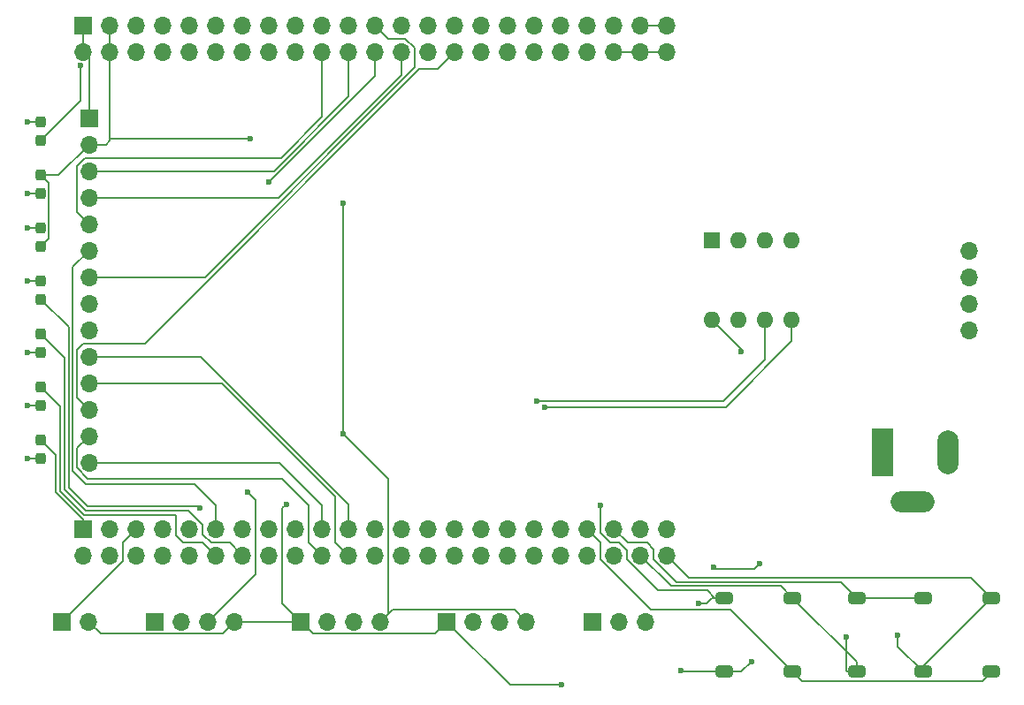
<source format=gbr>
%TF.GenerationSoftware,KiCad,Pcbnew,8.0.3*%
%TF.CreationDate,2024-06-28T15:17:55+09:00*%
%TF.ProjectId,KICAD-2,4b494341-442d-4322-9e6b-696361645f70,rev?*%
%TF.SameCoordinates,Original*%
%TF.FileFunction,Copper,L1,Top*%
%TF.FilePolarity,Positive*%
%FSLAX46Y46*%
G04 Gerber Fmt 4.6, Leading zero omitted, Abs format (unit mm)*
G04 Created by KiCad (PCBNEW 8.0.3) date 2024-06-28 15:17:55*
%MOMM*%
%LPD*%
G01*
G04 APERTURE LIST*
G04 Aperture macros list*
%AMRoundRect*
0 Rectangle with rounded corners*
0 $1 Rounding radius*
0 $2 $3 $4 $5 $6 $7 $8 $9 X,Y pos of 4 corners*
0 Add a 4 corners polygon primitive as box body*
4,1,4,$2,$3,$4,$5,$6,$7,$8,$9,$2,$3,0*
0 Add four circle primitives for the rounded corners*
1,1,$1+$1,$2,$3*
1,1,$1+$1,$4,$5*
1,1,$1+$1,$6,$7*
1,1,$1+$1,$8,$9*
0 Add four rect primitives between the rounded corners*
20,1,$1+$1,$2,$3,$4,$5,0*
20,1,$1+$1,$4,$5,$6,$7,0*
20,1,$1+$1,$6,$7,$8,$9,0*
20,1,$1+$1,$8,$9,$2,$3,0*%
G04 Aperture macros list end*
%TA.AperFunction,SMDPad,CuDef*%
%ADD10RoundRect,0.237500X-0.237500X0.287500X-0.237500X-0.287500X0.237500X-0.287500X0.237500X0.287500X0*%
%TD*%
%TA.AperFunction,SMDPad,CuDef*%
%ADD11RoundRect,0.237500X0.237500X-0.287500X0.237500X0.287500X-0.237500X0.287500X-0.237500X-0.287500X0*%
%TD*%
%TA.AperFunction,SMDPad,CuDef*%
%ADD12RoundRect,0.282500X0.537500X-0.282500X0.537500X0.282500X-0.537500X0.282500X-0.537500X-0.282500X0*%
%TD*%
%TA.AperFunction,SMDPad,CuDef*%
%ADD13RoundRect,0.287500X0.532500X-0.287500X0.532500X0.287500X-0.532500X0.287500X-0.532500X-0.287500X0*%
%TD*%
%TA.AperFunction,ComponentPad*%
%ADD14R,1.700000X1.700000*%
%TD*%
%TA.AperFunction,ComponentPad*%
%ADD15O,1.700000X1.700000*%
%TD*%
%TA.AperFunction,SMDPad,CuDef*%
%ADD16RoundRect,0.282500X-0.537500X0.282500X-0.537500X-0.282500X0.537500X-0.282500X0.537500X0.282500X0*%
%TD*%
%TA.AperFunction,SMDPad,CuDef*%
%ADD17RoundRect,0.287500X-0.532500X0.287500X-0.532500X-0.287500X0.532500X-0.287500X0.532500X0.287500X0*%
%TD*%
%TA.AperFunction,ComponentPad*%
%ADD18R,2.000000X4.600000*%
%TD*%
%TA.AperFunction,ComponentPad*%
%ADD19O,2.000000X4.200000*%
%TD*%
%TA.AperFunction,ComponentPad*%
%ADD20O,4.200000X2.000000*%
%TD*%
%TA.AperFunction,ComponentPad*%
%ADD21R,1.600000X1.600000*%
%TD*%
%TA.AperFunction,ComponentPad*%
%ADD22O,1.600000X1.600000*%
%TD*%
%TA.AperFunction,ViaPad*%
%ADD23C,0.600000*%
%TD*%
%TA.AperFunction,Conductor*%
%ADD24C,0.200000*%
%TD*%
G04 APERTURE END LIST*
D10*
%TO.P,D4,1,K*%
%TO.N,PE1_GLED*%
X107696000Y-99709000D03*
%TO.P,D4,2,A*%
%TO.N,Net-(D4-A)*%
X107696000Y-101459000D03*
%TD*%
D11*
%TO.P,D6,1,K*%
%TO.N,PD5_WLED*%
X107696000Y-86219000D03*
%TO.P,D6,2,A*%
%TO.N,Net-(D6-A)*%
X107696000Y-84469000D03*
%TD*%
D12*
%TO.P,SW5,1,1*%
%TO.N,D_GND*%
X173127750Y-121903750D03*
D13*
%TO.P,SW5,2,2*%
%TO.N,N_RESET*%
X173122750Y-114808750D03*
%TD*%
D11*
%TO.P,D2,1,K*%
%TO.N,D_GND*%
X107696000Y-81139000D03*
%TO.P,D2,2,A*%
%TO.N,Net-(D2-A)*%
X107696000Y-79389000D03*
%TD*%
D14*
%TO.P,J6,1,Pin_1*%
%TO.N,+3.3V*%
X132589750Y-117085750D03*
D15*
%TO.P,J6,2,Pin_2*%
%TO.N,PA13_SWDIO*%
X135129750Y-117085750D03*
%TO.P,J6,3,Pin_3*%
%TO.N,PA14_SWCLK*%
X137669750Y-117085750D03*
%TO.P,J6,4,Pin_4*%
%TO.N,D_GND*%
X140209750Y-117085750D03*
%TD*%
D14*
%TO.P,J8,1,Pin_1*%
%TO.N,+3.3VA*%
X160529750Y-117085750D03*
D15*
%TO.P,J8,2,Pin_2*%
%TO.N,Net-(J8-Pin_2)*%
X163069750Y-117085750D03*
%TO.P,J8,3,Pin_3*%
%TO.N,AGND*%
X165609750Y-117085750D03*
%TD*%
D14*
%TO.P,J4,1,Pin_1*%
%TO.N,BOOT0*%
X109729750Y-117085750D03*
D15*
%TO.P,J4,2,Pin_2*%
%TO.N,+3.3V*%
X112269750Y-117085750D03*
%TD*%
D10*
%TO.P,D8,1,K*%
%TO.N,D_GND*%
X107696000Y-74309000D03*
%TO.P,D8,2,A*%
%TO.N,Net-(D8-A)*%
X107696000Y-76059000D03*
%TD*%
D16*
%TO.P,SW3,1,1*%
%TO.N,PB12_COL2*%
X198711750Y-114807750D03*
D17*
%TO.P,SW3,2,2*%
%TO.N,PD10_ROW1*%
X198716750Y-121902750D03*
%TD*%
D16*
%TO.P,SW1,1,1*%
%TO.N,PB14_COL1*%
X179661750Y-114807750D03*
D17*
%TO.P,SW1,2,2*%
%TO.N,PD10_ROW1*%
X179666750Y-121902750D03*
%TD*%
D11*
%TO.P,D3,1,K*%
%TO.N,PE3_ALIVE_LED*%
X107696000Y-70979000D03*
%TO.P,D3,2,A*%
%TO.N,Net-(D3-A)*%
X107696000Y-69229000D03*
%TD*%
D12*
%TO.P,SW4,1,1*%
%TO.N,PB12_COL2*%
X192177750Y-121903750D03*
D13*
%TO.P,SW4,2,2*%
%TO.N,PD8_ROW2*%
X192172750Y-114808750D03*
%TD*%
D10*
%TO.P,D5,1,K*%
%TO.N,PD6_BLED*%
X107696000Y-94629000D03*
%TO.P,D5,2,A*%
%TO.N,Net-(D5-A)*%
X107696000Y-96379000D03*
%TD*%
D12*
%TO.P,SW2,1,1*%
%TO.N,PB14_COL1*%
X185827750Y-121903750D03*
D13*
%TO.P,SW2,2,2*%
%TO.N,PD8_ROW2*%
X185822750Y-114808750D03*
%TD*%
D10*
%TO.P,D7,1,K*%
%TO.N,PD4_YLED*%
X107696000Y-89549000D03*
%TO.P,D7,2,A*%
%TO.N,Net-(D7-A)*%
X107696000Y-91299000D03*
%TD*%
D14*
%TO.P,J3,1,Pin_1*%
%TO.N,D_GND*%
X118619750Y-117085750D03*
D15*
%TO.P,J3,2,Pin_2*%
%TO.N,Net-(J3-Pin_2)*%
X121159750Y-117085750D03*
%TO.P,J3,3,Pin_3*%
%TO.N,Net-(J3-Pin_3)*%
X123699750Y-117085750D03*
%TO.P,J3,4,Pin_4*%
%TO.N,+3.3V*%
X126239750Y-117085750D03*
%TD*%
D14*
%TO.P,J7,1,Pin_1*%
%TO.N,+3.3V*%
X146559750Y-117085750D03*
D15*
%TO.P,J7,2,Pin_2*%
%TO.N,PA9_UART_Tx*%
X149099750Y-117085750D03*
%TO.P,J7,3,Pin_3*%
%TO.N,PA10_UART_Rx*%
X151639750Y-117085750D03*
%TO.P,J7,4,Pin_4*%
%TO.N,D_GND*%
X154179750Y-117085750D03*
%TD*%
D14*
%TO.P,J5,1,Pin_1*%
%TO.N,+3.3V*%
X112300000Y-68834000D03*
D15*
%TO.P,J5,2,Pin_2*%
%TO.N,D_GND*%
X112300000Y-71374000D03*
%TO.P,J5,3,Pin_3*%
%TO.N,PA4_SPI1_LCD_NCS*%
X112300000Y-73914000D03*
%TO.P,J5,4,Pin_4*%
%TO.N,PC4_LCD_RST*%
X112300000Y-76454000D03*
%TO.P,J5,5,Pin_5*%
%TO.N,PA2_LCD_DC*%
X112300000Y-78994000D03*
%TO.P,J5,6,Pin_6*%
%TO.N,PD7_SPI1_MOSI_LCD*%
X112300000Y-81534000D03*
%TO.P,J5,7,Pin_7*%
%TO.N,PA5_SPI1_LCD_SCK*%
X112300000Y-84074000D03*
%TO.P,J5,8,Pin_8*%
%TO.N,PC0_LCD_BL*%
X112300000Y-86614000D03*
%TO.P,J5,9,Pin_9*%
%TO.N,PA6_SPI1_MISO_LCD*%
X112300000Y-89154000D03*
%TO.P,J5,10,Pin_10*%
%TO.N,PC10_SPI3_SCK*%
X112300000Y-91694000D03*
%TO.P,J5,11,Pin_11*%
%TO.N,PC15_SPI3_NCS*%
X112300000Y-94234000D03*
%TO.P,J5,12,Pin_12*%
%TO.N,PB2_SPI3_MOSI*%
X112300000Y-96774000D03*
%TO.P,J5,13,Pin_13*%
%TO.N,PC11_SPI3_MISO*%
X112300000Y-99314000D03*
%TO.P,J5,14,Pin_14*%
%TO.N,PC12_SPI3_IRQ*%
X112300000Y-101854000D03*
%TO.P,J5,15,Pin_15*%
%TO.N,unconnected-(J5-Pin_15-Pad15)*%
X196600000Y-89154000D03*
%TO.P,J5,16,Pin_16*%
%TO.N,unconnected-(J5-Pin_16-Pad16)*%
X196600000Y-86614000D03*
%TO.P,J5,17,Pin_17*%
%TO.N,unconnected-(J5-Pin_17-Pad17)*%
X196600000Y-84074000D03*
%TO.P,J5,18,Pin_18*%
%TO.N,unconnected-(J5-Pin_18-Pad18)*%
X196600000Y-81534000D03*
%TD*%
D14*
%TO.P,J2,1,Pin_1*%
%TO.N,+3.3V*%
X111760000Y-59944000D03*
D15*
%TO.P,J2,2,Pin_2*%
X111760000Y-62484000D03*
%TO.P,J2,3,Pin_3*%
%TO.N,D_GND*%
X114300000Y-59944000D03*
%TO.P,J2,4,Pin_4*%
X114300000Y-62484000D03*
%TO.P,J2,5,Pin_5*%
%TO.N,unconnected-(J2-Pin_5-Pad5)*%
X116840000Y-59944000D03*
%TO.P,J2,6,Pin_6*%
%TO.N,PE3_ALIVE_LED*%
X116840000Y-62484000D03*
%TO.P,J2,7,Pin_7*%
%TO.N,unconnected-(J2-Pin_7-Pad7)*%
X119380000Y-59944000D03*
%TO.P,J2,8,Pin_8*%
%TO.N,unconnected-(J2-Pin_8-Pad8)*%
X119380000Y-62484000D03*
%TO.P,J2,9,Pin_9*%
%TO.N,unconnected-(J2-Pin_9-Pad9)*%
X121920000Y-59944000D03*
%TO.P,J2,10,Pin_10*%
%TO.N,unconnected-(J2-Pin_10-Pad10)*%
X121920000Y-62484000D03*
%TO.P,J2,11,Pin_11*%
%TO.N,unconnected-(J2-Pin_11-Pad11)*%
X124460000Y-59944000D03*
%TO.P,J2,12,Pin_12*%
%TO.N,unconnected-(J2-Pin_12-Pad12)*%
X124460000Y-62484000D03*
%TO.P,J2,13,Pin_13*%
%TO.N,N_RESET*%
X127000000Y-59944000D03*
%TO.P,J2,14,Pin_14*%
%TO.N,PC0_LCD_BL*%
X127000000Y-62484000D03*
%TO.P,J2,15,Pin_15*%
%TO.N,unconnected-(J2-Pin_15-Pad15)*%
X129540000Y-59944000D03*
%TO.P,J2,16,Pin_16*%
%TO.N,unconnected-(J2-Pin_16-Pad16)*%
X129540000Y-62484000D03*
%TO.P,J2,17,Pin_17*%
%TO.N,unconnected-(J2-Pin_17-Pad17)*%
X132080000Y-59944000D03*
%TO.P,J2,18,Pin_18*%
%TO.N,PA0_ADC1_IN0*%
X132080000Y-62484000D03*
%TO.P,J2,19,Pin_19*%
%TO.N,unconnected-(J2-Pin_19-Pad19)*%
X134620000Y-59944000D03*
%TO.P,J2,20,Pin_20*%
%TO.N,PA2_LCD_DC*%
X134620000Y-62484000D03*
%TO.P,J2,21,Pin_21*%
%TO.N,PA3_ADC1_IN3*%
X137160000Y-59944000D03*
%TO.P,J2,22,Pin_22*%
%TO.N,PA4_SPI1_LCD_NCS*%
X137160000Y-62484000D03*
%TO.P,J2,23,Pin_23*%
%TO.N,PA5_SPI1_LCD_SCK*%
X139700000Y-59944000D03*
%TO.P,J2,24,Pin_24*%
%TO.N,PA6_SPI1_MISO_LCD*%
X139700000Y-62484000D03*
%TO.P,J2,25,Pin_25*%
%TO.N,unconnected-(J2-Pin_25-Pad25)*%
X142240000Y-59944000D03*
%TO.P,J2,26,Pin_26*%
%TO.N,PC4_LCD_RST*%
X142240000Y-62484000D03*
%TO.P,J2,27,Pin_27*%
%TO.N,unconnected-(J2-Pin_27-Pad27)*%
X144780000Y-59944000D03*
%TO.P,J2,28,Pin_28*%
%TO.N,unconnected-(J2-Pin_28-Pad28)*%
X144780000Y-62484000D03*
%TO.P,J2,29,Pin_29*%
%TO.N,unconnected-(J2-Pin_29-Pad29)*%
X147320000Y-59944000D03*
%TO.P,J2,30,Pin_30*%
%TO.N,PB2_SPI3_MOSI*%
X147320000Y-62484000D03*
%TO.P,J2,31,Pin_31*%
%TO.N,unconnected-(J2-Pin_31-Pad31)*%
X149860000Y-59944000D03*
%TO.P,J2,32,Pin_32*%
%TO.N,unconnected-(J2-Pin_32-Pad32)*%
X149860000Y-62484000D03*
%TO.P,J2,33,Pin_33*%
%TO.N,unconnected-(J2-Pin_33-Pad33)*%
X152400000Y-59944000D03*
%TO.P,J2,34,Pin_34*%
%TO.N,unconnected-(J2-Pin_34-Pad34)*%
X152400000Y-62484000D03*
%TO.P,J2,35,Pin_35*%
%TO.N,unconnected-(J2-Pin_35-Pad35)*%
X154940000Y-59944000D03*
%TO.P,J2,36,Pin_36*%
%TO.N,unconnected-(J2-Pin_36-Pad36)*%
X154940000Y-62484000D03*
%TO.P,J2,37,Pin_37*%
%TO.N,PE13_TIMER1_CH3_PWM*%
X157480000Y-59944000D03*
%TO.P,J2,38,Pin_38*%
%TO.N,unconnected-(J2-Pin_38-Pad38)*%
X157480000Y-62484000D03*
%TO.P,J2,39,Pin_39*%
%TO.N,unconnected-(J2-Pin_39-Pad39)*%
X160020000Y-59944000D03*
%TO.P,J2,40,Pin_40*%
%TO.N,unconnected-(J2-Pin_40-Pad40)*%
X160020000Y-62484000D03*
%TO.P,J2,41,Pin_41*%
%TO.N,unconnected-(J2-Pin_41-Pad41)*%
X162560000Y-59944000D03*
%TO.P,J2,42,Pin_42*%
%TO.N,D_GND*%
X162560000Y-62484000D03*
%TO.P,J2,43,Pin_43*%
X165100000Y-59944000D03*
%TO.P,J2,44,Pin_44*%
X165100000Y-62484000D03*
%TO.P,J2,45,Pin_45*%
X167640000Y-59944000D03*
%TO.P,J2,46,Pin_46*%
X167640000Y-62484000D03*
D14*
%TO.P,J2,51,Pin_51*%
%TO.N,PE1_GLED*%
X111760000Y-108204000D03*
D15*
%TO.P,J2,52,Pin_52*%
%TO.N,unconnected-(J2-Pin_52-Pad52)*%
X111760000Y-110744000D03*
%TO.P,J2,53,Pin_53*%
%TO.N,unconnected-(J2-Pin_53-Pad53)*%
X114300000Y-108204000D03*
%TO.P,J2,54,Pin_54*%
%TO.N,PB8_I2C1_SCL*%
X114300000Y-110744000D03*
%TO.P,J2,55,Pin_55*%
%TO.N,BOOT0*%
X116840000Y-108204000D03*
%TO.P,J2,56,Pin_56*%
%TO.N,PB7_I2C1_SDA*%
X116840000Y-110744000D03*
%TO.P,J2,57,Pin_57*%
%TO.N,unconnected-(J2-Pin_57-Pad57)*%
X119380000Y-108204000D03*
%TO.P,J2,58,Pin_58*%
%TO.N,unconnected-(J2-Pin_58-Pad58)*%
X119380000Y-110744000D03*
%TO.P,J2,59,Pin_59*%
%TO.N,unconnected-(J2-Pin_59-Pad59)*%
X121920000Y-108204000D03*
%TO.P,J2,60,Pin_60*%
%TO.N,unconnected-(J2-Pin_60-Pad60)*%
X121920000Y-110744000D03*
%TO.P,J2,61,Pin_61*%
%TO.N,PD7_SPI1_MOSI_LCD*%
X124460000Y-108204000D03*
%TO.P,J2,62,Pin_12*%
%TO.N,PD6_BLED*%
X124460000Y-110744000D03*
%TO.P,J2,63,Pin_63*%
%TO.N,PD5_WLED*%
X127000000Y-108204000D03*
%TO.P,J2,64,Pin_64*%
%TO.N,PD4_YLED*%
X127000000Y-110744000D03*
%TO.P,J2,65,Pin_65*%
%TO.N,unconnected-(J2-Pin_65-Pad65)*%
X129540000Y-108204000D03*
%TO.P,J2,66,Pin_66*%
%TO.N,PD2_CAN1_STB*%
X129540000Y-110744000D03*
%TO.P,J2,67,Pin_17*%
%TO.N,PD1_CAN1_Tx*%
X132080000Y-108204000D03*
%TO.P,J2,68,Pin_68*%
%TO.N,PD0_CAN1_Rx*%
X132080000Y-110744000D03*
%TO.P,J2,69,Pin_69*%
%TO.N,PC12_SPI3_IRQ*%
X134620000Y-108204000D03*
%TO.P,J2,70,Pin_70*%
%TO.N,PC11_SPI3_MISO*%
X134620000Y-110744000D03*
%TO.P,J2,71,Pin_71*%
%TO.N,PC10_SPI3_SCK*%
X137160000Y-108204000D03*
%TO.P,J2,72,Pin_72*%
%TO.N,PC15_SPI3_NCS*%
X137160000Y-110744000D03*
%TO.P,J2,73,Pin_73*%
%TO.N,PA14_SWCLK*%
X139700000Y-108204000D03*
%TO.P,J2,74,Pin_74*%
%TO.N,PA13_SWDIO*%
X139700000Y-110744000D03*
%TO.P,J2,75,Pin_75*%
%TO.N,unconnected-(J2-Pin_75-Pad75)*%
X142240000Y-108204000D03*
%TO.P,J2,76,Pin_76*%
%TO.N,unconnected-(J2-Pin_76-Pad76)*%
X142240000Y-110744000D03*
%TO.P,J2,77,Pin_77*%
%TO.N,PA10_UART_Rx*%
X144780000Y-108204000D03*
%TO.P,J2,78,Pin_78*%
%TO.N,PA9_UART_Tx*%
X144780000Y-110744000D03*
%TO.P,J2,79,Pin_79*%
%TO.N,unconnected-(J2-Pin_79-Pad79)*%
X147320000Y-108204000D03*
%TO.P,J2,80,Pin_80*%
%TO.N,unconnected-(J2-Pin_80-Pad80)*%
X147320000Y-110744000D03*
%TO.P,J2,81,Pin_81*%
%TO.N,unconnected-(J2-Pin_81-Pad81)*%
X149860000Y-108204000D03*
%TO.P,J2,82,Pin_82*%
%TO.N,unconnected-(J2-Pin_82-Pad82)*%
X149860000Y-110744000D03*
%TO.P,J2,83,Pin_83*%
%TO.N,unconnected-(J2-Pin_83-Pad83)*%
X152400000Y-108204000D03*
%TO.P,J2,84,Pin_84*%
%TO.N,unconnected-(J2-Pin_84-Pad84)*%
X152400000Y-110744000D03*
%TO.P,J2,85,Pin_85*%
%TO.N,unconnected-(J2-Pin_85-Pad85)*%
X154940000Y-108204000D03*
%TO.P,J2,86,Pin_86*%
%TO.N,unconnected-(J2-Pin_86-Pad86)*%
X154940000Y-110744000D03*
%TO.P,J2,87,Pin_87*%
%TO.N,unconnected-(J2-Pin_87-Pad87)*%
X157480000Y-108204000D03*
%TO.P,J2,88,Pin_88*%
%TO.N,unconnected-(J2-Pin_88-Pad88)*%
X157480000Y-110744000D03*
%TO.P,J2,89,Pin_89*%
%TO.N,PD10_ROW1*%
X160020000Y-108204000D03*
%TO.P,J2,90,Pin_90*%
%TO.N,unconnected-(J2-Pin_90-Pad90)*%
X160020000Y-110744000D03*
%TO.P,J2,91,Pin_91*%
%TO.N,PD8_ROW2*%
X162560000Y-108204000D03*
%TO.P,J2,92,Pin_92*%
%TO.N,unconnected-(J2-Pin_92-Pad92)*%
X162560000Y-110744000D03*
%TO.P,J2,93,Pin_93*%
%TO.N,D_GND*%
X165100000Y-108204000D03*
%TO.P,J2,94,Pin_94*%
%TO.N,PB14_COL1*%
X165100000Y-110744000D03*
%TO.P,J2,95,Pin_95*%
%TO.N,unconnected-(J2-Pin_95-Pad95)*%
X167640000Y-108204000D03*
%TO.P,J2,96,Pin_96*%
%TO.N,PB12_COL2*%
X167640000Y-110744000D03*
%TD*%
D18*
%TO.P,J1,1*%
%TO.N,Net-(D1-K)*%
X188264000Y-100838000D03*
D19*
%TO.P,J1,2*%
%TO.N,D_GND*%
X194564000Y-100838000D03*
D20*
%TO.P,J1,3*%
X191164000Y-105638000D03*
%TD*%
D21*
%TO.P,U3,1,NC(A0)*%
%TO.N,unconnected-(U3-NC(A0)-Pad1)*%
X171968000Y-80528000D03*
D22*
%TO.P,U3,2,A1*%
%TO.N,unconnected-(U3-A1-Pad2)*%
X174508000Y-80528000D03*
%TO.P,U3,3,A2*%
%TO.N,unconnected-(U3-A2-Pad3)*%
X177048000Y-80528000D03*
%TO.P,U3,4,GND*%
%TO.N,D_GND*%
X179588000Y-80528000D03*
%TO.P,U3,5,SDA*%
%TO.N,PB7_I2C1_SDA*%
X179588000Y-88148000D03*
%TO.P,U3,6,SCL*%
%TO.N,PB8_I2C1_SCL*%
X177048000Y-88148000D03*
%TO.P,U3,7,WP*%
%TO.N,Net-(U3-WP)*%
X174508000Y-88148000D03*
%TO.P,U3,8,VCC*%
%TO.N,+3.3V*%
X171968000Y-88148000D03*
%TD*%
D23*
%TO.N,+3.3V*%
X131198523Y-105833760D03*
X157540678Y-123173723D03*
X174752000Y-91186000D03*
%TO.N,D_GND*%
X127718735Y-70822735D03*
X136652000Y-76962000D03*
X169012857Y-121768857D03*
X172076750Y-111878750D03*
X176525000Y-111501000D03*
X175759750Y-120895750D03*
X136652000Y-99060000D03*
%TO.N,N_RESET*%
X161290000Y-105918000D03*
X170679750Y-115335750D03*
%TO.N,Net-(D2-A)*%
X106422853Y-79352810D03*
%TO.N,Net-(D3-A)*%
X106430197Y-69194909D03*
%TO.N,PE3_ALIVE_LED*%
X111495243Y-63807787D03*
%TO.N,Net-(D4-A)*%
X106413411Y-101460567D03*
%TO.N,Net-(D5-A)*%
X106434657Y-96380938D03*
%TO.N,PD5_WLED*%
X122936000Y-106172000D03*
%TO.N,Net-(D6-A)*%
X106430197Y-84470580D03*
%TO.N,Net-(D7-A)*%
X106420493Y-91296210D03*
%TO.N,Net-(D8-A)*%
X106416558Y-76092041D03*
%TO.N,PB7_I2C1_SDA*%
X155956000Y-96520000D03*
%TO.N,PB8_I2C1_SCL*%
X155194000Y-95920000D03*
%TO.N,PB14_COL1*%
X184828500Y-118534500D03*
%TO.N,PA6_SPI1_MISO_LCD*%
X129540000Y-74930000D03*
%TO.N,PB12_COL2*%
X189729750Y-118355750D03*
%TO.N,Net-(J3-Pin_3)*%
X127508000Y-104648000D03*
%TD*%
D24*
%TO.N,PC10_SPI3_SCK*%
X137160000Y-105834314D02*
X137160000Y-108204000D01*
X112300000Y-91694000D02*
X123019686Y-91694000D01*
X123019686Y-91694000D02*
X137160000Y-105834314D01*
%TO.N,PC15_SPI3_NCS*%
X135890000Y-105130000D02*
X135890000Y-109474000D01*
X124994000Y-94234000D02*
X135890000Y-105130000D01*
X112300000Y-94234000D02*
X124994000Y-94234000D01*
X135890000Y-109474000D02*
X137160000Y-110744000D01*
%TO.N,PA2_LCD_DC*%
X130694628Y-72644000D02*
X134620000Y-68718628D01*
X111943654Y-72644000D02*
X130694628Y-72644000D01*
X134620000Y-68718628D02*
X134620000Y-62484000D01*
X111150000Y-73437654D02*
X111943654Y-72644000D01*
X111150000Y-77844000D02*
X111150000Y-73437654D01*
X112300000Y-78994000D02*
X111150000Y-77844000D01*
%TO.N,PA4_SPI1_LCD_NCS*%
X129990314Y-73914000D02*
X112300000Y-73914000D01*
X137160000Y-66744314D02*
X129990314Y-73914000D01*
X137160000Y-62484000D02*
X137160000Y-66744314D01*
%TO.N,PB2_SPI3_MOSI*%
X145662628Y-64141372D02*
X147320000Y-62484000D01*
X117627372Y-90424000D02*
X143910000Y-64141372D01*
X143910000Y-64141372D02*
X145662628Y-64141372D01*
X111760000Y-90424000D02*
X117627372Y-90424000D01*
X111150000Y-91034000D02*
X111760000Y-90424000D01*
X111150000Y-95624000D02*
X111150000Y-91034000D01*
X112300000Y-96774000D02*
X111150000Y-95624000D01*
%TO.N,PA5_SPI1_LCD_SCK*%
X123411686Y-84074000D02*
X112300000Y-84074000D01*
X143510000Y-63975686D02*
X123411686Y-84074000D01*
X143510000Y-62127654D02*
X143510000Y-63975686D01*
X142589292Y-61206946D02*
X143510000Y-62127654D01*
X139700000Y-59944000D02*
X140962946Y-61206946D01*
X140962946Y-61206946D02*
X142589292Y-61206946D01*
%TO.N,PC4_LCD_RST*%
X142240000Y-64680000D02*
X130466000Y-76454000D01*
X142240000Y-62484000D02*
X142240000Y-64680000D01*
X130466000Y-76454000D02*
X112300000Y-76454000D01*
%TO.N,+3.3V*%
X157540678Y-123173723D02*
X152647723Y-123173723D01*
X133739750Y-118235750D02*
X145409750Y-118235750D01*
X132589750Y-117085750D02*
X133739750Y-118235750D01*
X112300000Y-63024000D02*
X111760000Y-62484000D01*
X130810000Y-106222283D02*
X130810000Y-115306000D01*
X171968000Y-88148000D02*
X174752000Y-90932000D01*
X130810000Y-115306000D02*
X132589750Y-117085750D01*
X126239750Y-117085750D02*
X132589750Y-117085750D01*
X145409750Y-118235750D02*
X146559750Y-117085750D01*
X126239750Y-117085750D02*
X125089750Y-118235750D01*
X174752000Y-90932000D02*
X174752000Y-91186000D01*
X125089750Y-118235750D02*
X113419750Y-118235750D01*
X131198523Y-105833760D02*
X130810000Y-106222283D01*
X111760000Y-62484000D02*
X111760000Y-59944000D01*
X152647723Y-123173723D02*
X146559750Y-117085750D01*
X112300000Y-68834000D02*
X112300000Y-63024000D01*
X113419750Y-118235750D02*
X112269750Y-117085750D01*
%TO.N,D_GND*%
X114300000Y-59944000D02*
X114300000Y-62484000D01*
X114300000Y-70984000D02*
X113910000Y-71374000D01*
X109365000Y-74309000D02*
X112300000Y-71374000D01*
X113910000Y-71374000D02*
X112300000Y-71374000D01*
X127718735Y-70822735D02*
X114343265Y-70822735D01*
X169147750Y-121903750D02*
X173127750Y-121903750D01*
X172203750Y-112005750D02*
X172076750Y-111878750D01*
X140970000Y-103378000D02*
X140970000Y-116325500D01*
X114343265Y-70822735D02*
X114300000Y-70866000D01*
X136652000Y-76962000D02*
X136652000Y-99060000D01*
X162560000Y-62484000D02*
X167640000Y-62484000D01*
X174751750Y-121903750D02*
X175759750Y-120895750D01*
X165100000Y-59944000D02*
X167640000Y-59944000D01*
X114300000Y-70866000D02*
X114300000Y-70984000D01*
X108471000Y-75084000D02*
X108471000Y-80364000D01*
X153029750Y-115935750D02*
X154179750Y-117085750D01*
X140209750Y-117085750D02*
X141359750Y-115935750D01*
X136652000Y-99060000D02*
X140970000Y-103378000D01*
X114300000Y-62484000D02*
X114300000Y-70866000D01*
X176525000Y-111501000D02*
X176020250Y-112005750D01*
X141359750Y-115935750D02*
X153029750Y-115935750D01*
X173127750Y-121903750D02*
X174751750Y-121903750D01*
X176020250Y-112005750D02*
X172203750Y-112005750D01*
X107696000Y-74309000D02*
X109365000Y-74309000D01*
X140970000Y-116325500D02*
X140209750Y-117085750D01*
X107696000Y-74309000D02*
X108471000Y-75084000D01*
X108471000Y-80364000D02*
X107696000Y-81139000D01*
X169012857Y-121768857D02*
X169147750Y-121903750D01*
%TO.N,N_RESET*%
X172212750Y-114808750D02*
X173122750Y-114808750D01*
X166805404Y-114075750D02*
X171479750Y-114075750D01*
X163068000Y-109474000D02*
X163830000Y-110236000D01*
X171422750Y-115335750D02*
X171949750Y-114808750D01*
X171949750Y-114808750D02*
X173122750Y-114808750D01*
X161290000Y-108560346D02*
X162203654Y-109474000D01*
X163830000Y-110236000D02*
X163830000Y-111100346D01*
X161290000Y-105918000D02*
X161290000Y-108560346D01*
X170679750Y-115335750D02*
X171422750Y-115335750D01*
X162203654Y-109474000D02*
X163068000Y-109474000D01*
X171479750Y-114075750D02*
X172212750Y-114808750D01*
X163830000Y-111100346D02*
X166805404Y-114075750D01*
%TO.N,Net-(D2-A)*%
X106422853Y-79352810D02*
X107659810Y-79352810D01*
X107659810Y-79352810D02*
X107696000Y-79389000D01*
%TO.N,Net-(D3-A)*%
X106430197Y-69194909D02*
X107661909Y-69194909D01*
X107661909Y-69194909D02*
X107696000Y-69229000D01*
%TO.N,PE3_ALIVE_LED*%
X111436030Y-63867000D02*
X111495243Y-63807787D01*
X111495243Y-63807787D02*
X111495243Y-67179757D01*
X111495243Y-67179757D02*
X107696000Y-70979000D01*
%TO.N,PE1_GLED*%
X111760000Y-108204000D02*
X111760000Y-107329000D01*
X109150000Y-101163000D02*
X109150000Y-104719000D01*
X107696000Y-99709000D02*
X109150000Y-101163000D01*
X109150000Y-104719000D02*
X111760000Y-107329000D01*
%TO.N,Net-(D4-A)*%
X107696000Y-101459000D02*
X106414978Y-101459000D01*
X106414978Y-101459000D02*
X106413411Y-101460567D01*
%TO.N,PD6_BLED*%
X107696000Y-94629000D02*
X109550000Y-96483000D01*
X111845343Y-106848657D02*
X120650000Y-106848657D01*
X109550000Y-104553314D02*
X111845343Y-106848657D01*
X120650000Y-106848657D02*
X120650000Y-108800346D01*
X123190966Y-109474966D02*
X124460000Y-110744000D01*
X109550000Y-96483000D02*
X109550000Y-104553314D01*
X120650000Y-108800346D02*
X121324620Y-109474966D01*
X121324620Y-109474966D02*
X123190966Y-109474966D01*
%TO.N,Net-(D5-A)*%
X107696000Y-96379000D02*
X106436595Y-96379000D01*
X106436595Y-96379000D02*
X106434657Y-96380938D01*
%TO.N,PD5_WLED*%
X112157029Y-106028971D02*
X122792971Y-106028971D01*
X107696000Y-86219000D02*
X110350000Y-88873000D01*
X122792971Y-106028971D02*
X122936000Y-106172000D01*
X110350000Y-88873000D02*
X110350000Y-104221942D01*
X110350000Y-104221942D02*
X112157029Y-106028971D01*
%TO.N,Net-(D6-A)*%
X107696000Y-84469000D02*
X106431777Y-84469000D01*
X106431777Y-84469000D02*
X106430197Y-84470580D01*
%TO.N,Net-(D7-A)*%
X107696000Y-91299000D02*
X106423283Y-91299000D01*
X106423283Y-91299000D02*
X106420493Y-91296210D01*
%TO.N,PD4_YLED*%
X123190000Y-108712000D02*
X123984837Y-109506837D01*
X112011029Y-106448657D02*
X121791003Y-106448657D01*
X123984837Y-109506837D02*
X125762837Y-109506837D01*
X109950000Y-104387628D02*
X112011029Y-106448657D01*
X125762837Y-109506837D02*
X127000000Y-110744000D01*
X107696000Y-89549000D02*
X109950000Y-91803000D01*
X123190000Y-107847654D02*
X123190000Y-108712000D01*
X121791003Y-106448657D02*
X123190000Y-107847654D01*
X109950000Y-91803000D02*
X109950000Y-104387628D01*
%TO.N,Net-(D8-A)*%
X106416558Y-76092041D02*
X107662959Y-76092041D01*
X107662959Y-76092041D02*
X107696000Y-76059000D01*
%TO.N,PC11_SPI3_MISO*%
X133350000Y-109474000D02*
X133350000Y-105918000D01*
X133350000Y-105918000D02*
X130810000Y-103378000D01*
X112197654Y-103378000D02*
X111150000Y-102330346D01*
X111150000Y-100464000D02*
X112300000Y-99314000D01*
X130810000Y-103378000D02*
X112197654Y-103378000D01*
X111150000Y-102330346D02*
X111150000Y-100464000D01*
X134620000Y-110744000D02*
X133350000Y-109474000D01*
%TO.N,PB7_I2C1_SDA*%
X173285686Y-96520000D02*
X179588000Y-90217686D01*
X155956000Y-96520000D02*
X173285686Y-96520000D01*
X179588000Y-90217686D02*
X179588000Y-88148000D01*
%TO.N,PB8_I2C1_SCL*%
X173066000Y-95920000D02*
X177048000Y-91938000D01*
X177048000Y-91938000D02*
X177048000Y-88148000D01*
X155194000Y-95920000D02*
X173066000Y-95920000D01*
%TO.N,PB14_COL1*%
X179661750Y-114807750D02*
X185827750Y-120973750D01*
X165100000Y-110744000D02*
X168031750Y-113675750D01*
X184828500Y-121820500D02*
X184911750Y-121903750D01*
X168031750Y-113675750D02*
X178529750Y-113675750D01*
X184911750Y-121903750D02*
X185827750Y-121903750D01*
X184828500Y-118534500D02*
X184828500Y-121820500D01*
X185827750Y-120973750D02*
X185827750Y-121903750D01*
X178529750Y-113675750D02*
X179661750Y-114807750D01*
%TO.N,PA6_SPI1_MISO_LCD*%
X139700000Y-62484000D02*
X139700000Y-64770000D01*
X139700000Y-64770000D02*
X129540000Y-74930000D01*
%TO.N,PD7_SPI1_MOSI_LCD*%
X112300000Y-81534000D02*
X110750000Y-83084000D01*
X112014000Y-103886000D02*
X122428000Y-103886000D01*
X110750000Y-83084000D02*
X110750000Y-102622000D01*
X124460000Y-108204000D02*
X124460000Y-105918000D01*
X110750000Y-102622000D02*
X112014000Y-103886000D01*
X122428000Y-103886000D02*
X124460000Y-105918000D01*
%TO.N,PC12_SPI3_IRQ*%
X134620000Y-108204000D02*
X134620000Y-105918000D01*
X134620000Y-105918000D02*
X130556000Y-101854000D01*
X130556000Y-101854000D02*
X112300000Y-101854000D01*
%TO.N,PB12_COL2*%
X167640000Y-110744000D02*
X169771750Y-112875750D01*
X192177750Y-121341750D02*
X192177750Y-121903750D01*
X198711750Y-114807750D02*
X192177750Y-121341750D01*
X192177750Y-121903750D02*
X189729750Y-119455750D01*
X169771750Y-112875750D02*
X196779750Y-112875750D01*
X189729750Y-119455750D02*
X189729750Y-118355750D01*
X196779750Y-112875750D02*
X198711750Y-114807750D01*
%TO.N,PD10_ROW1*%
X161290000Y-111100346D02*
X166125404Y-115935750D01*
X173699750Y-115935750D02*
X179666750Y-121902750D01*
X160020000Y-108204000D02*
X161290000Y-109474000D01*
X161290000Y-109474000D02*
X161290000Y-111100346D01*
X166125404Y-115935750D02*
X173699750Y-115935750D01*
X179666750Y-121902750D02*
X180532750Y-122768750D01*
X197850750Y-122768750D02*
X198716750Y-121902750D01*
X180532750Y-122768750D02*
X197850750Y-122768750D01*
%TO.N,BOOT0*%
X116840000Y-108204000D02*
X115570000Y-109474000D01*
X115570000Y-109474000D02*
X115570000Y-111245500D01*
X115570000Y-111245500D02*
X109729750Y-117085750D01*
%TO.N,PD8_ROW2*%
X166370000Y-111100346D02*
X168545404Y-113275750D01*
X185822750Y-114808750D02*
X192172750Y-114808750D01*
X165717975Y-109495629D02*
X166370000Y-110147654D01*
X168545404Y-113275750D02*
X184289750Y-113275750D01*
X184289750Y-113275750D02*
X185822750Y-114808750D01*
X163851629Y-109495629D02*
X165717975Y-109495629D01*
X166370000Y-110147654D02*
X166370000Y-111100346D01*
X162560000Y-108204000D02*
X163851629Y-109495629D01*
%TO.N,Net-(J3-Pin_3)*%
X128270000Y-105410000D02*
X128270000Y-112515500D01*
X128270000Y-112515500D02*
X123699750Y-117085750D01*
X127508000Y-104648000D02*
X128270000Y-105410000D01*
%TD*%
M02*

</source>
